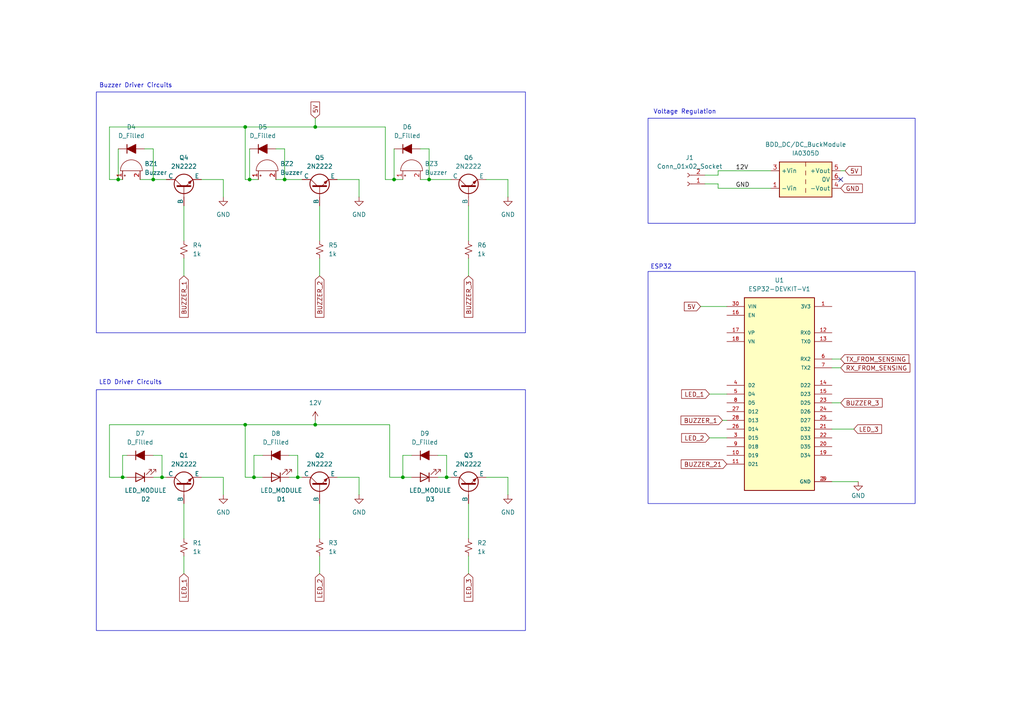
<source format=kicad_sch>
(kicad_sch (version 20231120) (generator "eeschema") (generator_version "8.0")
  (paper "A4")
  (lib_symbols
    (symbol "Connector:Conn_01x02_Socket" (pin_names (offset 1.016) hide)
      (property "Reference" "J" (at 0 2.54 0))
      (property "Value" "Conn_01x02_Socket" (at 0 -5.08 0))
      (symbol "Conn_01x02_Socket_1_1"
        (arc (start 0 -2.032) (mid -0.5058 -2.54) (end 0 -3.048) (stroke (width 0.1524)))
        (polyline (pts (xy -1.27 -2.54) (xy -0.508 -2.54)) (stroke (width 0.1524)))
        (polyline (pts (xy -1.27 0) (xy -0.508 0)) (stroke (width 0.1524)))
        (arc (start 0 0.508) (mid -0.5058 0) (end 0 -0.508) (stroke (width 0.1524)))
        (pin passive line (at -5.08 0 0) (length 3.81) (name "Pin_1") (number "1"))
        (pin passive line (at -5.08 -2.54 0) (length 3.81) (name "Pin_2") (number "2"))
      )
    )
    (symbol "Converter_DCDC:IA0305D"
      (property "Reference" "PS" (at -7.62 6.35 0))
      (property "Value" "IA0305D" (at 1.27 6.35 0))
      (symbol "IA0305D_0_0"
        (pin power_in line (at -10.16 -2.54 0) (length 2.54) (name "-Vin") (number "1"))
        (pin power_in line (at -10.16 2.54 0) (length 2.54) (name "+Vin") (number "3"))
        (pin power_out line (at 10.16 -2.54 180) (length 2.54) (name "-Vout") (number "4"))
        (pin power_out line (at 10.16 2.54 180) (length 2.54) (name "+Vout") (number "5"))
        (pin power_out line (at 10.16 0 180) (length 2.54) (name "0V") (number "6"))
      )
      (symbol "IA0305D_0_1"
        (rectangle (start -7.62 5.08) (end 7.62 -5.08) (stroke (width 0.254)) (fill (type background)))
        (polyline (pts (xy 0 -2.54) (xy 0 -3.81)))
        (polyline (pts (xy 0 0) (xy 0 -1.27)))
        (polyline (pts (xy 0 2.54) (xy 0 1.27)))
        (polyline (pts (xy 0 5.08) (xy 0 3.81)))
      )
      (symbol "IA0305D_1_1"
        (pin no_connect line (at 0 -5.08 90) (length 2.54) hide (name "NC") (number "2"))
      )
    )
    (symbol "Device:Buzzer" (pin_names (offset 0.0254) hide)
      (property "Reference" "BZ" (at 3.81 1.27 0))
      (property "Value" "Buzzer" (at 3.81 -1.27 0))
      (symbol "Buzzer_0_1"
        (arc (start 0 -3.175) (mid 3.1612 0) (end 0 3.175))
        (polyline (pts (xy -1.651 1.905) (xy -1.143 1.905)))
        (polyline (pts (xy -1.397 2.159) (xy -1.397 1.651)))
        (polyline (pts (xy 0 3.175) (xy 0 -3.175)))
      )
      (symbol "Buzzer_1_1"
        (pin passive line (at -2.54 2.54 0) (length 2.54) (name "+") (number "1"))
        (pin passive line (at -2.54 -2.54 0) (length 2.54) (name "-") (number "2"))
      )
    )
    (symbol "Device:D_Filled" (pin_numbers hide) (pin_names (offset 1.016) hide)
      (property "Reference" "D" (at 0 2.54 0))
      (property "Value" "D_Filled" (at 0 -2.54 0))
      (symbol "D_Filled_0_1"
        (polyline (pts (xy -1.27 1.27) (xy -1.27 -1.27)) (stroke (width 0.254)))
        (polyline (pts (xy 1.27 0) (xy -1.27 0)))
        (polyline (pts (xy 1.27 1.27) (xy 1.27 -1.27) (xy -1.27 0) (xy 1.27 1.27)) (stroke (width 0.254)) (fill (type outline)))
      )
      (symbol "D_Filled_1_1"
        (pin passive line (at -3.81 0 0) (length 2.54) (name "K") (number "1"))
        (pin passive line (at 3.81 0 180) (length 2.54) (name "A") (number "2"))
      )
    )
    (symbol "Device:R_Small_US" (pin_numbers hide) (pin_names (offset 0.254) hide)
      (property "Reference" "R" (at 0.762 0.508 0))
      (property "Value" "R_Small_US" (at 0.762 -1.016 0))
      (symbol "R_Small_US_1_1"
        (polyline (pts (xy 0 0) (xy 1.016 -0.381) (xy 0 -0.762) (xy -1.016 -1.143) (xy 0 -1.524)))
        (polyline (pts (xy 0 1.524) (xy 1.016 1.143) (xy 0 0.762) (xy -1.016 0.381) (xy 0 0)))
        (pin passive line (at 0 2.54 270) (length 1.016) (name "~") (number "1"))
        (pin passive line (at 0 -2.54 90) (length 1.016) (name "~") (number "2"))
      )
    )
    (symbol "ESP32-DEVKIT-V1:ESP32-DEVKIT-V1" (pin_names (offset 1.016))
      (property "Reference" "U" (at -10.16 30.48 0))
      (property "Value" "ESP32-DEVKIT-V1" (at -10.16 -30.48 0))
      (symbol "ESP32-DEVKIT-V1_0_0"
        (rectangle (start -10.16 -27.94) (end 10.16 27.94) (stroke (width 0.254)) (fill (type background)))
        (pin output line (at 15.24 25.4 180) (length 5.08) (name "3V3") (number "1"))
        (pin bidirectional line (at -15.24 -17.78 0) (length 5.08) (name "D19") (number "10"))
        (pin bidirectional line (at -15.24 -20.32 0) (length 5.08) (name "D21") (number "11"))
        (pin input line (at 15.24 17.78 180) (length 5.08) (name "RX0") (number "12"))
        (pin output line (at 15.24 15.24 180) (length 5.08) (name "TX0") (number "13"))
        (pin bidirectional line (at 15.24 2.54 180) (length 5.08) (name "D22") (number "14"))
        (pin bidirectional line (at 15.24 0 180) (length 5.08) (name "D23") (number "15"))
        (pin input line (at -15.24 22.86 0) (length 5.08) (name "EN") (number "16"))
        (pin bidirectional line (at -15.24 17.78 0) (length 5.08) (name "VP") (number "17"))
        (pin bidirectional line (at -15.24 15.24 0) (length 5.08) (name "VN") (number "18"))
        (pin bidirectional line (at 15.24 -17.78 180) (length 5.08) (name "D34") (number "19"))
        (pin power_in line (at 15.24 -25.4 180) (length 5.08) (name "GND") (number "2"))
        (pin bidirectional line (at 15.24 -15.24 180) (length 5.08) (name "D35") (number "20"))
        (pin bidirectional line (at 15.24 -10.16 180) (length 5.08) (name "D32") (number "21"))
        (pin bidirectional line (at 15.24 -12.7 180) (length 5.08) (name "D33") (number "22"))
        (pin bidirectional line (at 15.24 -2.54 180) (length 5.08) (name "D25") (number "23"))
        (pin bidirectional line (at 15.24 -5.08 180) (length 5.08) (name "D26") (number "24"))
        (pin bidirectional line (at 15.24 -7.62 180) (length 5.08) (name "D27") (number "25"))
        (pin bidirectional line (at -15.24 -10.16 0) (length 5.08) (name "D14") (number "26"))
        (pin bidirectional line (at -15.24 -5.08 0) (length 5.08) (name "D12") (number "27"))
        (pin bidirectional line (at -15.24 -7.62 0) (length 5.08) (name "D13") (number "28"))
        (pin power_in line (at 15.24 -25.4 180) (length 5.08) (name "GND") (number "29"))
        (pin bidirectional line (at -15.24 -12.7 0) (length 5.08) (name "D15") (number "3"))
        (pin input line (at -15.24 25.4 0) (length 5.08) (name "VIN") (number "30"))
        (pin bidirectional line (at -15.24 2.54 0) (length 5.08) (name "D2") (number "4"))
        (pin bidirectional line (at -15.24 0 0) (length 5.08) (name "D4") (number "5"))
        (pin input line (at 15.24 10.16 180) (length 5.08) (name "RX2") (number "6"))
        (pin output line (at 15.24 7.62 180) (length 5.08) (name "TX2") (number "7"))
        (pin bidirectional line (at -15.24 -2.54 0) (length 5.08) (name "D5") (number "8"))
        (pin bidirectional line (at -15.24 -15.24 0) (length 5.08) (name "D18") (number "9"))
      )
    )
    (symbol "LED:IR26-21C_L110_TR8" (pin_numbers hide) (pin_names (offset 1.016) hide)
      (property "Reference" "D" (at 0 2.54 0))
      (property "Value" "IR26-21C_L110_TR8" (at 0 -3.81 0))
      (symbol "IR26-21C_L110_TR8_0_1"
        (polyline (pts (xy -1.27 -1.27) (xy -1.27 1.27)) (stroke (width 0.254)))
        (polyline (pts (xy -1.27 0) (xy 1.27 0)))
        (polyline (pts (xy 1.27 -1.27) (xy 1.27 1.27) (xy -1.27 0) (xy 1.27 -1.27)) (stroke (width 0.254)))
        (polyline (pts (xy -3.048 -0.762) (xy -4.572 -2.286) (xy -3.81 -2.286) (xy -4.572 -2.286) (xy -4.572 -1.524)))
        (polyline (pts (xy -1.778 -0.762) (xy -3.302 -2.286) (xy -2.54 -2.286) (xy -3.302 -2.286) (xy -3.302 -1.524)))
      )
      (symbol "IR26-21C_L110_TR8_1_1"
        (pin passive line (at -3.81 0 0) (length 2.54) (name "K") (number "1"))
        (pin passive line (at 3.81 0 180) (length 2.54) (name "A") (number "2"))
      )
    )
    (symbol "Simulation_SPICE:NPN" (pin_numbers hide) (pin_names (offset 0))
      (property "Reference" "Q" (at -2.54 7.62 0))
      (property "Value" "NPN" (at -2.54 5.08 0))
      (symbol "NPN_0_1"
        (polyline (pts (xy -2.54 0) (xy 0.635 0)) (stroke (width 0.1524)))
        (polyline (pts (xy 0.635 0.635) (xy 2.54 2.54)))
        (polyline (pts (xy 2.794 -1.27) (xy 2.794 -1.27)) (stroke (width 0.1524)))
        (polyline (pts (xy 2.794 -1.27) (xy 2.794 -1.27)) (stroke (width 0.1524)))
        (polyline (pts (xy 0.635 -0.635) (xy 2.54 -2.54) (xy 2.54 -2.54)))
        (polyline (pts (xy 0.635 1.905) (xy 0.635 -1.905) (xy 0.635 -1.905)) (stroke (width 0.508)))
        (polyline (pts (xy 1.27 -1.778) (xy 1.778 -1.27) (xy 2.286 -2.286) (xy 1.27 -1.778) (xy 1.27 -1.778)) (fill (type outline)))
        (circle (center 1.27 0) (radius 2.8194) (stroke (width 0.254)))
      )
      (symbol "NPN_1_1"
        (pin open_collector line (at 2.54 5.08 270) (length 2.54) (name "C") (number "1"))
        (pin input line (at -5.08 0 0) (length 2.54) (name "B") (number "2"))
        (pin open_emitter line (at 2.54 -5.08 90) (length 2.54) (name "E") (number "3"))
      )
    )
    (symbol "power:GND" (power) (pin_numbers hide) (pin_names (offset 0) hide)
      (property "Value" "GND" (at 0 -3.81 0))
      (symbol "GND_0_1"
        (polyline (pts (xy 0 0) (xy 0 -1.27) (xy 1.27 -1.27) (xy 0 -2.54) (xy -1.27 -1.27) (xy 0 -1.27)))
      )
      (symbol "GND_1_1"
        (pin power_in line (at 0 0 270) (length 0) (name "~") (number "1"))
      )
    )
    (symbol "power:VCC" (power) (pin_numbers hide) (pin_names (offset 0) hide)
      (property "Value" "VCC" (at 0 3.556 0))
      (symbol "VCC_0_1"
        (polyline (pts (xy -0.762 1.27) (xy 0 2.54)))
        (polyline (pts (xy 0 0) (xy 0 2.54)))
        (polyline (pts (xy 0 2.54) (xy 0.762 1.27)))
      )
      (symbol "VCC_1_1"
        (pin power_in line (at 0 0 90) (length 0) (name "~") (number "1"))
      )
    )
  )
  (junction (at 71.12 36.83))
  (junction (at 44.45 52.07))
  (junction (at 34.29 52.07))
  (junction (at 91.44 123.19))
  (junction (at 73.66 138.43))
  (junction (at 35.56 138.43))
  (junction (at 46.99 138.43))
  (junction (at 129.54 138.43))
  (junction (at 71.12 123.19))
  (junction (at 124.46 52.07))
  (junction (at 82.55 52.07))
  (junction (at 86.36 138.43))
  (junction (at 72.39 52.07))
  (junction (at 114.3 52.07))
  (junction (at 91.44 36.83))
  (junction (at 116.84 138.43))
  (no_connect (at 243.84 52.07))
  (wire (pts (xy 119.38 132.08) (xy 116.84 132.08)))
  (wire (pts (xy 147.32 52.07) (xy 140.97 52.07)))
  (wire (pts (xy 247.65 124.46) (xy 241.3 124.46)))
  (wire (pts (xy 92.71 59.69) (xy 92.71 69.85)))
  (wire (pts (xy 72.39 52.07) (xy 71.12 52.07)))
  (wire (pts (xy 82.55 52.07) (xy 87.63 52.07)))
  (wire (pts (xy 203.2 88.9) (xy 210.82 88.9)))
  (wire (pts (xy 104.14 52.07) (xy 97.79 52.07)))
  (wire (pts (xy 34.29 43.18) (xy 34.29 52.07)))
  (wire (pts (xy 80.01 43.18) (xy 82.55 43.18)))
  (wire (pts (xy 116.84 138.43) (xy 113.03 138.43)))
  (wire (pts (xy 241.3 106.68) (xy 243.84 106.68)))
  (wire (pts (xy 147.32 143.51) (xy 147.32 138.43)))
  (wire (pts (xy 104.14 138.43) (xy 97.79 138.43)))
  (wire (pts (xy 53.34 146.05) (xy 53.34 156.21)))
  (wire (pts (xy 31.75 138.43) (xy 31.75 123.19)))
  (wire (pts (xy 92.71 80.01) (xy 92.71 74.93)))
  (wire (pts (xy 135.89 80.01) (xy 135.89 74.93)))
  (wire (pts (xy 241.3 104.14) (xy 243.84 104.14)))
  (wire (pts (xy 129.54 138.43) (xy 130.81 138.43)))
  (wire (pts (xy 44.45 132.08) (xy 46.99 132.08)))
  (wire (pts (xy 76.2 132.08) (xy 73.66 132.08)))
  (wire (pts (xy 124.46 43.18) (xy 124.46 52.07)))
  (wire (pts (xy 204.47 50.8) (xy 208.28 50.8)))
  (wire (pts (xy 53.34 59.69) (xy 53.34 69.85)))
  (wire (pts (xy 44.45 138.43) (xy 46.99 138.43)))
  (wire (pts (xy 35.56 132.08) (xy 35.56 138.43)))
  (wire (pts (xy 116.84 132.08) (xy 116.84 138.43)))
  (wire (pts (xy 104.14 57.15) (xy 104.14 52.07)))
  (wire (pts (xy 83.82 138.43) (xy 86.36 138.43)))
  (wire (pts (xy 111.76 52.07) (xy 111.76 36.83)))
  (wire (pts (xy 208.28 50.8) (xy 208.28 49.53)))
  (wire (pts (xy 44.45 43.18) (xy 44.45 52.07)))
  (wire (pts (xy 92.71 166.37) (xy 92.71 161.29)))
  (wire (pts (xy 91.44 121.92) (xy 91.44 123.19)))
  (wire (pts (xy 127 132.08) (xy 129.54 132.08)))
  (wire (pts (xy 119.38 138.43) (xy 116.84 138.43)))
  (wire (pts (xy 80.01 52.07) (xy 82.55 52.07)))
  (wire (pts (xy 124.46 52.07) (xy 130.81 52.07)))
  (wire (pts (xy 208.28 49.53) (xy 223.52 49.53)))
  (wire (pts (xy 46.99 132.08) (xy 46.99 138.43)))
  (wire (pts (xy 205.74 114.3) (xy 210.82 114.3)))
  (wire (pts (xy 34.29 52.07) (xy 35.56 52.07)))
  (wire (pts (xy 135.89 59.69) (xy 135.89 69.85)))
  (wire (pts (xy 208.28 53.34) (xy 208.28 54.61)))
  (wire (pts (xy 121.92 52.07) (xy 124.46 52.07)))
  (wire (pts (xy 204.47 53.34) (xy 208.28 53.34)))
  (wire (pts (xy 31.75 123.19) (xy 71.12 123.19)))
  (wire (pts (xy 46.99 138.43) (xy 48.26 138.43)))
  (wire (pts (xy 135.89 166.37) (xy 135.89 161.29)))
  (wire (pts (xy 64.77 143.51) (xy 64.77 138.43)))
  (wire (pts (xy 53.34 80.01) (xy 53.34 74.93)))
  (wire (pts (xy 31.75 52.07) (xy 31.75 36.83)))
  (wire (pts (xy 91.44 34.29) (xy 91.44 36.83)))
  (wire (pts (xy 209.55 121.92) (xy 210.82 121.92)))
  (wire (pts (xy 114.3 52.07) (xy 111.76 52.07)))
  (wire (pts (xy 73.66 132.08) (xy 73.66 138.43)))
  (wire (pts (xy 104.14 143.51) (xy 104.14 138.43)))
  (wire (pts (xy 86.36 138.43) (xy 87.63 138.43)))
  (wire (pts (xy 92.71 146.05) (xy 92.71 156.21)))
  (wire (pts (xy 127 138.43) (xy 129.54 138.43)))
  (wire (pts (xy 248.92 139.7) (xy 241.3 139.7)))
  (wire (pts (xy 83.82 132.08) (xy 86.36 132.08)))
  (wire (pts (xy 245.11 49.53) (xy 243.84 49.53)))
  (wire (pts (xy 36.83 138.43) (xy 35.56 138.43)))
  (wire (pts (xy 71.12 138.43) (xy 71.12 123.19)))
  (wire (pts (xy 86.36 132.08) (xy 86.36 138.43)))
  (wire (pts (xy 71.12 123.19) (xy 91.44 123.19)))
  (wire (pts (xy 129.54 132.08) (xy 129.54 138.43)))
  (wire (pts (xy 91.44 36.83) (xy 111.76 36.83)))
  (wire (pts (xy 71.12 36.83) (xy 91.44 36.83)))
  (wire (pts (xy 116.84 52.07) (xy 114.3 52.07)))
  (wire (pts (xy 114.3 43.18) (xy 114.3 52.07)))
  (wire (pts (xy 31.75 36.83) (xy 71.12 36.83)))
  (wire (pts (xy 71.12 52.07) (xy 71.12 36.83)))
  (wire (pts (xy 36.83 132.08) (xy 35.56 132.08)))
  (wire (pts (xy 147.32 138.43) (xy 140.97 138.43)))
  (wire (pts (xy 44.45 52.07) (xy 48.26 52.07)))
  (wire (pts (xy 31.75 52.07) (xy 34.29 52.07)))
  (wire (pts (xy 35.56 138.43) (xy 31.75 138.43)))
  (wire (pts (xy 208.28 54.61) (xy 223.52 54.61)))
  (wire (pts (xy 74.93 52.07) (xy 72.39 52.07)))
  (wire (pts (xy 205.74 127) (xy 210.82 127)))
  (wire (pts (xy 41.91 43.18) (xy 44.45 43.18)))
  (wire (pts (xy 53.34 166.37) (xy 53.34 161.29)))
  (wire (pts (xy 73.66 138.43) (xy 71.12 138.43)))
  (wire (pts (xy 64.77 57.15) (xy 64.77 52.07)))
  (wire (pts (xy 147.32 57.15) (xy 147.32 52.07)))
  (wire (pts (xy 135.89 146.05) (xy 135.89 156.21)))
  (wire (pts (xy 243.84 116.84) (xy 241.3 116.84)))
  (wire (pts (xy 64.77 138.43) (xy 58.42 138.43)))
  (wire (pts (xy 40.64 52.07) (xy 44.45 52.07)))
  (wire (pts (xy 121.92 43.18) (xy 124.46 43.18)))
  (wire (pts (xy 72.39 43.18) (xy 72.39 52.07)))
  (wire (pts (xy 82.55 43.18) (xy 82.55 52.07)))
  (wire (pts (xy 91.44 123.19) (xy 113.03 123.19)))
  (wire (pts (xy 113.03 138.43) (xy 113.03 123.19)))
  (wire (pts (xy 76.2 138.43) (xy 73.66 138.43)))
  (wire (pts (xy 64.77 52.07) (xy 58.42 52.07)))
  (rectangle (start 187.96 34.29) (end 265.43 64.77))
  (rectangle (start 27.94 26.67) (end 152.4 96.52))
  (rectangle (start 187.96 78.74) (end 265.43 146.05))
  (rectangle (start 27.94 113.03) (end 152.4 182.88))
  (text "ESP32" (at 191.77 77.47 0) (effects (font (size 1.27 1.27))))
  (text "Voltage Regulation" (at 198.628 32.512 0) (effects (font (size 1.27 1.27))))
  (text "Buzzer Driver Circuits" (at 39.37 24.892 0) (effects (font (size 1.27 1.27))))
  (text "LED Driver Circuits" (at 37.846 110.998 0) (effects (font (size 1.27 1.27))))
  (label "12V" (at 213.36 49.53 0))
  (label "GND" (at 213.36 54.61 0))
  (global_label "LED_3" (shape input) (at 247.65 124.46 0) (property "Intersheetrefs" "${INTERSHEET_REFS}" (effects (hide yes))))
  (global_label "BUZZER_3" (shape input) (at 243.84 116.84 0) (property "Intersheetrefs" "${INTERSHEET_REFS}" (effects (hide yes))))
  (global_label "5V" (shape input) (at 91.44 34.29 90) (property "Intersheetrefs" "${INTERSHEET_REFS}" (effects (hide yes))))
  (global_label "LED_1" (shape input) (at 53.34 166.37 270) (property "Intersheetrefs" "${INTERSHEET_REFS}" (effects (hide yes))))
  (global_label "BUZZER_3" (shape input) (at 135.89 80.01 270) (property "Intersheetrefs" "${INTERSHEET_REFS}" (effects (hide yes))))
  (global_label "RX_FROM_SENSING" (shape input) (at 243.84 106.68 0) (property "Intersheetrefs" "${INTERSHEET_REFS}" (effects (hide yes))))
  (global_label "LED_2" (shape input) (at 205.74 127 180) (property "Intersheetrefs" "${INTERSHEET_REFS}" (effects (hide yes))))
  (global_label "LED_3" (shape input) (at 135.89 166.37 270) (property "Intersheetrefs" "${INTERSHEET_REFS}" (effects (hide yes))))
  (global_label "5V" (shape input) (at 203.2 88.9 180) (property "Intersheetrefs" "${INTERSHEET_REFS}" (effects (hide yes))))
  (global_label "GND" (shape input) (at 243.84 54.61 0) (property "Intersheetrefs" "${INTERSHEET_REFS}" (effects (hide yes))))
  (global_label "BUZZER_1" (shape input) (at 53.34 80.01 270) (property "Intersheetrefs" "${INTERSHEET_REFS}" (effects (hide yes))))
  (global_label "BUZZER_21" (shape input) (at 210.82 134.62 180) (property "Intersheetrefs" "${INTERSHEET_REFS}" (effects (hide yes))))
  (global_label "BUZZER_2" (shape input) (at 92.71 80.01 270) (property "Intersheetrefs" "${INTERSHEET_REFS}" (effects (hide yes))))
  (global_label "LED_1" (shape input) (at 205.74 114.3 180) (property "Intersheetrefs" "${INTERSHEET_REFS}" (effects (hide yes))))
  (global_label "BUZZER_1" (shape input) (at 209.55 121.92 180) (property "Intersheetrefs" "${INTERSHEET_REFS}" (effects (hide yes))))
  (global_label "5V" (shape input) (at 245.11 49.53 0) (property "Intersheetrefs" "${INTERSHEET_REFS}" (effects (hide yes))))
  (global_label "TX_FROM_SENSING" (shape input) (at 243.84 104.14 0) (property "Intersheetrefs" "${INTERSHEET_REFS}" (effects (hide yes))))
  (global_label "LED_2" (shape input) (at 92.71 166.37 270) (property "Intersheetrefs" "${INTERSHEET_REFS}" (effects (hide yes))))
  (symbol (lib_id "Device:D_Filled") (at 76.2 43.18 0) (unit 1)
    (property "Reference" "D5" (at 76.2 36.83 0))
    (property "Value" "D_Filled" (at 76.2 39.37 0))
    (property "Description" "Diode, filled shape" (effects (hide yes)))
    (property "Sim.Device" "D" (effects (hide yes)))
    (property "Sim.Pins" "1=K 2=A" (effects (hide yes)))
  )
  (symbol (lib_id "power:GND") (at 147.32 57.15 0) (unit 1)
    (property "Reference" "#PWR08" (effects (hide yes)))
    (property "Value" "GND" (at 147.32 62.23 0))
    (property "Description" "Power symbol creates a global label with name \"GND\" , ground" (effects (hide yes)))
  )
  (symbol (lib_id "power:GND") (at 104.14 143.51 0) (unit 1)
    (property "Reference" "#PWR02" (effects (hide yes)))
    (property "Value" "GND" (at 104.14 148.59 0))
    (property "Description" "Power symbol creates a global label with name \"GND\" , ground" (effects (hide yes)))
  )
  (symbol (lib_id "Simulation_SPICE:NPN") (at 92.71 140.97 90) (unit 1)
    (property "Reference" "Q2" (at 92.71 132.08 90))
    (property "Value" "2N2222" (at 92.71 134.62 90))
    (property "Datasheet" "https://ngspice.sourceforge.io/docs/ngspice-html-manual/manual.xhtml#cha_BJTs" (effects (hide yes)))
    (property "Description" "Bipolar transistor symbol for simulation only, substrate tied to the emitter" (effects (hide yes)))
    (property "Sim.Device" "NPN" (effects (hide yes)))
    (property "Sim.Type" "GUMMELPOON" (effects (hide yes)))
    (property "Sim.Pins" "1=C 2=B 3=E" (effects (hide yes)))
  )
  (symbol (lib_id "Simulation_SPICE:NPN") (at 53.34 140.97 90) (unit 1)
    (property "Reference" "Q1" (at 53.34 132.08 90))
    (property "Value" "2N2222" (at 53.34 134.62 90))
    (property "Datasheet" "https://ngspice.sourceforge.io/docs/ngspice-html-manual/manual.xhtml#cha_BJTs" (effects (hide yes)))
    (property "Description" "Bipolar transistor symbol for simulation only, substrate tied to the emitter" (effects (hide yes)))
    (property "Sim.Device" "NPN" (effects (hide yes)))
    (property "Sim.Type" "GUMMELPOON" (effects (hide yes)))
    (property "Sim.Pins" "1=C 2=B 3=E" (effects (hide yes)))
  )
  (symbol (lib_id "power:VCC") (at 91.44 121.92 0) (unit 1)
    (property "Reference" "#PWR04" (effects (hide yes)))
    (property "Value" "12V" (at 91.44 116.84 0))
    (property "Description" "Power symbol creates a global label with name \"VCC\"" (effects (hide yes)))
  )
  (symbol (lib_id "Device:D_Filled") (at 38.1 43.18 0) (unit 1)
    (property "Reference" "D4" (at 38.1 36.83 0))
    (property "Value" "D_Filled" (at 38.1 39.37 0))
    (property "Description" "Diode, filled shape" (effects (hide yes)))
    (property "Sim.Device" "D" (effects (hide yes)))
    (property "Sim.Pins" "1=K 2=A" (effects (hide yes)))
  )
  (symbol (lib_id "Device:R_Small_US") (at 92.71 72.39 0) (unit 1)
    (property "Reference" "R5" (at 95.25 71.1199 0) (effects (justify left)))
    (property "Value" "1k" (at 95.25 73.6599 0) (effects (justify left)))
    (property "Description" "Resistor, small US symbol" (effects (hide yes)))
  )
  (symbol (lib_id "LED:IR26-21C_L110_TR8") (at 80.01 138.43 180) (unit 1)
    (property "Reference" "D1" (at 81.5975 144.78 0))
    (property "Value" "LED_MODULE" (at 81.5975 142.24 0))
    (property "Footprint" "LED_SMD:LED_1206_3216Metric" (effects (hide yes)))
    (property "Datasheet" "http://www.everlight.com/file/ProductFile/IR26-21C-L110-TR8.pdf" (effects (hide yes)))
    (property "Description" "940nm, 20 deg, Infrared LED, 1206" (effects (hide yes)))
  )
  (symbol (lib_id "Device:R_Small_US") (at 53.34 72.39 0) (unit 1)
    (property "Reference" "R4" (at 55.88 71.1199 0) (effects (justify left)))
    (property "Value" "1k" (at 55.88 73.6599 0) (effects (justify left)))
    (property "Description" "Resistor, small US symbol" (effects (hide yes)))
  )
  (symbol (lib_id "Device:Buzzer") (at 38.1 49.53 90) (unit 1)
    (property "Reference" "BZ1" (at 41.91 47.5048 90) (effects (justify right)))
    (property "Value" "Buzzer" (at 41.91 50.0448 90) (effects (justify right)))
    (property "Description" "Buzzer, polarized" (effects (hide yes)))
  )
  (symbol (lib_id "Device:D_Filled") (at 123.19 132.08 0) (unit 1)
    (property "Reference" "D9" (at 123.19 125.73 0))
    (property "Value" "D_Filled" (at 123.19 128.27 0))
    (property "Description" "Diode, filled shape" (effects (hide yes)))
    (property "Sim.Device" "D" (effects (hide yes)))
    (property "Sim.Pins" "1=K 2=A" (effects (hide yes)))
  )
  (symbol (lib_id "Device:D_Filled") (at 118.11 43.18 0) (unit 1)
    (property "Reference" "D6" (at 118.11 36.83 0))
    (property "Value" "D_Filled" (at 118.11 39.37 0))
    (property "Description" "Diode, filled shape" (effects (hide yes)))
    (property "Sim.Device" "D" (effects (hide yes)))
    (property "Sim.Pins" "1=K 2=A" (effects (hide yes)))
  )
  (symbol (lib_id "Device:R_Small_US") (at 135.89 158.75 0) (unit 1)
    (property "Reference" "R2" (at 138.43 157.4799 0) (effects (justify left)))
    (property "Value" "1k" (at 138.43 160.0199 0) (effects (justify left)))
    (property "Description" "Resistor, small US symbol" (effects (hide yes)))
  )
  (symbol (lib_id "Converter_DCDC:IA0305D") (at 233.68 52.07 0) (unit 1)
    (property "Reference" "BDD_DC/DC_BuckModule" (at 233.68 41.91 0))
    (property "Value" "IA0305D" (at 233.68 44.45 0))
    (property "Footprint" "Converter_DCDC:Converter_DCDC_XP_POWER-IAxxxxD_THT" (effects (hide yes)))
    (property "Datasheet" "https://www.xppower.com/pdfs/SF_IA.pdf" (effects (hide yes)))
    (property "Description" "XP Power 1W, 1000 VDC Isolated DC/DC Converter Module, Dual Output Voltage ±5V, ±100mA, 3.3V Input Voltage, DIP" (effects (hide yes)))
  )
  (symbol (lib_id "ESP32-DEVKIT-V1:ESP32-DEVKIT-V1") (at 226.06 114.3 0) (unit 1)
    (property "Reference" "U1" (at 226.06 81.28 0))
    (property "Value" "ESP32-DEVKIT-V1" (at 226.06 83.82 0))
    (property "Footprint" "ESP32-DEVKIT-V1:MODULE_ESP32_DEVKIT_V1" (effects (hide yes)))
    (property "MF" "Do it" (effects (hide yes)))
    (property "MAXIMUM_PACKAGE_HEIGHT" "6.8 mm" (effects (hide yes)))
    (property "Package" "None" (effects (hide yes)))
    (property "Price" "None" (effects (hide yes)))
    (property "Check_prices" "https://www.snapeda.com/parts/ESP32-DEVKIT-V1/Do+it/view-part/?ref=eda" (effects (hide yes)))
    (property "STANDARD" "Manufacturer Recommendations" (effects (hide yes)))
    (property "PARTREV" "N/A" (effects (hide yes)))
    (property "SnapEDA_Link" "https://www.snapeda.com/parts/ESP32-DEVKIT-V1/Do+it/view-part/?ref=snap" (effects (hide yes)))
    (property "MP" "ESP32-DEVKIT-V1" (effects (hide yes)))
    (property "Description_1" "\n                        \n                            Dual core, Wi-Fi: 2.4 GHz up to 150 Mbits/s,BLE (Bluetooth Low Energy) and legacy Bluetooth, 32 bits, Up to 240 MHz\n                        \n" (effects (hide yes)))
    (property "Availability" "Not in stock" (effects (hide yes)))
    (property "MANUFACTURER" "DOIT" (effects (hide yes)))
  )
  (symbol (lib_id "Simulation_SPICE:NPN") (at 135.89 140.97 90) (unit 1)
    (property "Reference" "Q3" (at 135.89 132.08 90))
    (property "Value" "2N2222" (at 135.89 134.62 90))
    (property "Datasheet" "https://ngspice.sourceforge.io/docs/ngspice-html-manual/manual.xhtml#cha_BJTs" (effects (hide yes)))
    (property "Description" "Bipolar transistor symbol for simulation only, substrate tied to the emitter" (effects (hide yes)))
    (property "Sim.Device" "NPN" (effects (hide yes)))
    (property "Sim.Type" "GUMMELPOON" (effects (hide yes)))
    (property "Sim.Pins" "1=C 2=B 3=E" (effects (hide yes)))
  )
  (symbol (lib_id "Simulation_SPICE:NPN") (at 92.71 54.61 90) (unit 1)
    (property "Reference" "Q5" (at 92.71 45.72 90))
    (property "Value" "2N2222" (at 92.71 48.26 90))
    (property "Datasheet" "https://ngspice.sourceforge.io/docs/ngspice-html-manual/manual.xhtml#cha_BJTs" (effects (hide yes)))
    (property "Description" "Bipolar transistor symbol for simulation only, substrate tied to the emitter" (effects (hide yes)))
    (property "Sim.Device" "NPN" (effects (hide yes)))
    (property "Sim.Type" "GUMMELPOON" (effects (hide yes)))
    (property "Sim.Pins" "1=C 2=B 3=E" (effects (hide yes)))
  )
  (symbol (lib_id "Simulation_SPICE:NPN") (at 53.34 54.61 90) (unit 1)
    (property "Reference" "Q4" (at 53.34 45.72 90))
    (property "Value" "2N2222" (at 53.34 48.26 90))
    (property "Datasheet" "https://ngspice.sourceforge.io/docs/ngspice-html-manual/manual.xhtml#cha_BJTs" (effects (hide yes)))
    (property "Description" "Bipolar transistor symbol for simulation only, substrate tied to the emitter" (effects (hide yes)))
    (property "Sim.Device" "NPN" (effects (hide yes)))
    (property "Sim.Type" "GUMMELPOON" (effects (hide yes)))
    (property "Sim.Pins" "1=C 2=B 3=E" (effects (hide yes)))
  )
  (symbol (lib_id "power:GND") (at 64.77 57.15 0) (unit 1)
    (property "Reference" "#PWR05" (effects (hide yes)))
    (property "Value" "GND" (at 64.77 62.23 0))
    (property "Description" "Power symbol creates a global label with name \"GND\" , ground" (effects (hide yes)))
  )
  (symbol (lib_id "Device:D_Filled") (at 80.01 132.08 0) (unit 1)
    (property "Reference" "D8" (at 80.01 125.73 0))
    (property "Value" "D_Filled" (at 80.01 128.27 0))
    (property "Description" "Diode, filled shape" (effects (hide yes)))
    (property "Sim.Device" "D" (effects (hide yes)))
    (property "Sim.Pins" "1=K 2=A" (effects (hide yes)))
  )
  (symbol (lib_id "power:GND") (at 64.77 143.51 0) (unit 1)
    (property "Reference" "#PWR01" (effects (hide yes)))
    (property "Value" "GND" (at 64.77 148.59 0))
    (property "Description" "Power symbol creates a global label with name \"GND\" , ground" (effects (hide yes)))
  )
  (symbol (lib_id "LED:IR26-21C_L110_TR8") (at 123.19 138.43 180) (unit 1)
    (property "Reference" "D3" (at 124.7775 144.78 0))
    (property "Value" "LED_MODULE" (at 124.7775 142.24 0))
    (property "Footprint" "LED_SMD:LED_1206_3216Metric" (effects (hide yes)))
    (property "Datasheet" "http://www.everlight.com/file/ProductFile/IR26-21C-L110-TR8.pdf" (effects (hide yes)))
    (property "Description" "940nm, 20 deg, Infrared LED, 1206" (effects (hide yes)))
  )
  (symbol (lib_id "Device:D_Filled") (at 40.64 132.08 0) (unit 1)
    (property "Reference" "D7" (at 40.64 125.73 0))
    (property "Value" "D_Filled" (at 40.64 128.27 0))
    (property "Description" "Diode, filled shape" (effects (hide yes)))
    (property "Sim.Device" "D" (effects (hide yes)))
    (property "Sim.Pins" "1=K 2=A" (effects (hide yes)))
  )
  (symbol (lib_id "power:GND") (at 147.32 143.51 0) (unit 1)
    (property "Reference" "#PWR03" (effects (hide yes)))
    (property "Value" "GND" (at 147.32 148.59 0))
    (property "Description" "Power symbol creates a global label with name \"GND\" , ground" (effects (hide yes)))
  )
  (symbol (lib_id "power:GND") (at 104.14 57.15 0) (unit 1)
    (property "Reference" "#PWR07" (effects (hide yes)))
    (property "Value" "GND" (at 104.14 62.23 0))
    (property "Description" "Power symbol creates a global label with name \"GND\" , ground" (effects (hide yes)))
  )
  (symbol (lib_id "Device:R_Small_US") (at 92.71 158.75 0) (unit 1)
    (property "Reference" "R3" (at 95.25 157.4799 0) (effects (justify left)))
    (property "Value" "1k" (at 95.25 160.0199 0) (effects (justify left)))
    (property "Description" "Resistor, small US symbol" (effects (hide yes)))
  )
  (symbol (lib_id "Connector:Conn_01x02_Socket") (at 199.39 53.34 180) (unit 1)
    (property "Reference" "J1" (at 200.025 45.72 0))
    (property "Value" "Conn_01x02_Socket" (at 200.025 48.26 0))
    (property "Description" "Generic connector, single row, 01x02, script generated" (effects (hide yes)))
  )
  (symbol (lib_id "LED:IR26-21C_L110_TR8") (at 40.64 138.43 180) (unit 1)
    (property "Reference" "D2" (at 42.2275 144.78 0))
    (property "Value" "LED_MODULE" (at 42.2275 142.24 0))
    (property "Footprint" "LED_SMD:LED_1206_3216Metric" (effects (hide yes)))
    (property "Datasheet" "http://www.everlight.com/file/ProductFile/IR26-21C-L110-TR8.pdf" (effects (hide yes)))
    (property "Description" "940nm, 20 deg, Infrared LED, 1206" (effects (hide yes)))
  )
  (symbol (lib_id "Device:R_Small_US") (at 135.89 72.39 0) (unit 1)
    (property "Reference" "R6" (at 138.43 71.1199 0) (effects (justify left)))
    (property "Value" "1k" (at 138.43 73.6599 0) (effects (justify left)))
    (property "Description" "Resistor, small US symbol" (effects (hide yes)))
  )
  (symbol (lib_id "Device:R_Small_US") (at 53.34 158.75 0) (unit 1)
    (property "Reference" "R1" (at 55.88 157.4799 0) (effects (justify left)))
    (property "Value" "1k" (at 55.88 160.0199 0) (effects (justify left)))
    (property "Description" "Resistor, small US symbol" (effects (hide yes)))
  )
  (symbol (lib_id "Device:Buzzer") (at 119.38 49.53 90) (unit 1)
    (property "Reference" "BZ3" (at 123.19 47.5048 90) (effects (justify right)))
    (property "Value" "Buzzer" (at 123.19 50.0448 90) (effects (justify right)))
    (property "Description" "Buzzer, polarized" (effects (hide yes)))
  )
  (symbol (lib_id "Device:Buzzer") (at 77.47 49.53 90) (unit 1)
    (property "Reference" "BZ2" (at 81.28 47.5048 90) (effects (justify right)))
    (property "Value" "Buzzer" (at 81.28 50.0448 90) (effects (justify right)))
    (property "Description" "Buzzer, polarized" (effects (hide yes)))
  )
  (symbol (lib_id "Simulation_SPICE:NPN") (at 135.89 54.61 90) (unit 1)
    (property "Reference" "Q6" (at 135.89 45.72 90))
    (property "Value" "2N2222" (at 135.89 48.26 90))
    (property "Datasheet" "https://ngspice.sourceforge.io/docs/ngspice-html-manual/manual.xhtml#cha_BJTs" (effects (hide yes)))
    (property "Description" "Bipolar transistor symbol for simulation only, substrate tied to the emitter" (effects (hide yes)))
    (property "Sim.Device" "NPN" (effects (hide yes)))
    (property "Sim.Type" "GUMMELPOON" (effects (hide yes)))
    (property "Sim.Pins" "1=C 2=B 3=E" (effects (hide yes)))
  )
  (symbol (lib_id "power:GND") (at 248.92 139.7 0) (unit 1)
    (property "Reference" "#PWR06" (effects (hide yes)))
    (property "Value" "GND" (at 248.92 143.764 0))
    (property "Description" "Power symbol creates a global label with name \"GND\" , ground" (effects (hide yes)))
  )
)
</source>
